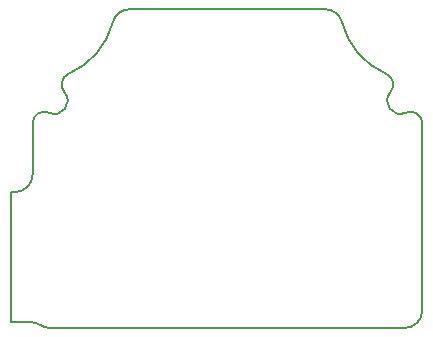
<source format=gbr>
%TF.GenerationSoftware,KiCad,Pcbnew,5.99.0-5f22025611*%
%TF.CreationDate,2021-06-18T20:55:11+00:00*%
%TF.ProjectId,driver,64726976-6572-42e6-9b69-6361645f7063,rev?*%
%TF.SameCoordinates,Original*%
%TF.FileFunction,Profile,NP*%
%FSLAX46Y46*%
G04 Gerber Fmt 4.6, Leading zero omitted, Abs format (unit mm)*
G04 Created by KiCad (PCBNEW 5.99.0-5f22025611) date 2021-06-18 20:55:11*
%MOMM*%
%LPD*%
G01*
G04 APERTURE LIST*
%TA.AperFunction,Profile*%
%ADD10C,0.160000*%
%TD*%
G04 APERTURE END LIST*
D10*
X93408972Y-59972484D02*
G75*
G02*
X89681000Y-55625000I2566028J5972484D01*
G01*
X70268634Y-55624988D02*
G75*
G02*
X71721000Y-54500000I1452366J-375012D01*
G01*
X95058338Y-63267938D02*
G75*
G02*
X96475000Y-64177000I416662J-909062D01*
G01*
X63316878Y-81000086D02*
G75*
G02*
X64146000Y-81250000I122J-1499914D01*
G01*
X63475000Y-68500000D02*
X63475000Y-64177000D01*
X64975000Y-81500000D02*
X94975000Y-81500000D01*
X93409000Y-59972123D02*
G75*
G02*
X93769000Y-61547000I-395000J-918877D01*
G01*
X95058895Y-63267909D02*
G75*
G02*
X93769000Y-61547000I-458895J999909D01*
G01*
X88228921Y-54500357D02*
G75*
G02*
X89681000Y-55625000I79J-1499643D01*
G01*
X61675000Y-70000000D02*
X61975000Y-70000000D01*
X96475000Y-80000000D02*
X96475000Y-64177000D01*
X96475000Y-80000000D02*
G75*
G02*
X94975000Y-81500000I-1500000J0D01*
G01*
X61675000Y-81000000D02*
X63317000Y-81000000D01*
X64975122Y-81499914D02*
G75*
G02*
X64146000Y-81250000I-122J1499914D01*
G01*
X61675000Y-81000000D02*
X61675000Y-70000000D01*
X63475000Y-68500000D02*
G75*
G02*
X61975000Y-70000000I-1500000J0D01*
G01*
X70268601Y-55624726D02*
G75*
G02*
X66541000Y-59972000I-6293601J1624726D01*
G01*
X66180883Y-61547037D02*
G75*
G02*
X66541000Y-59972000I755117J656037D01*
G01*
X88229000Y-54500000D02*
X71721000Y-54500000D01*
X63474915Y-64176667D02*
G75*
G02*
X64892000Y-63268000I1000085J-333D01*
G01*
X66180223Y-61546547D02*
G75*
G02*
X64892000Y-63268000I-830223J-721453D01*
G01*
M02*

</source>
